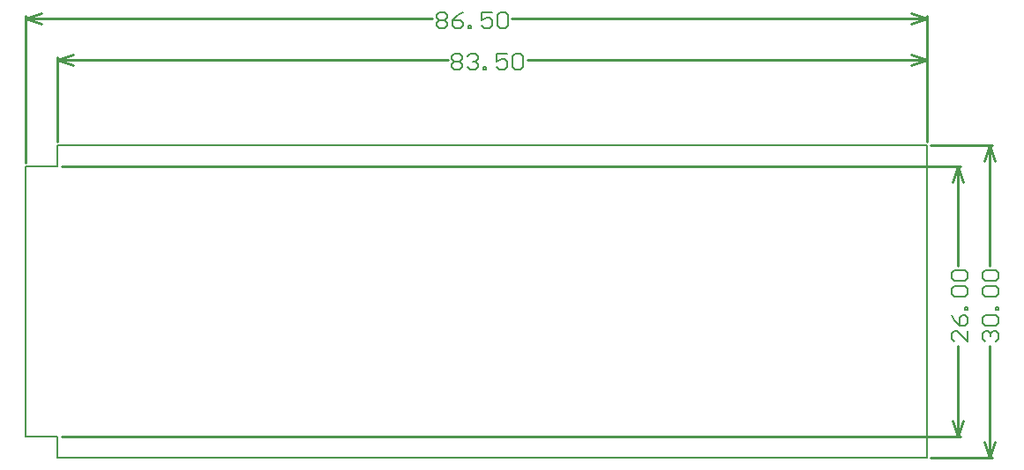
<source format=gm1>
G04*
G04 #@! TF.GenerationSoftware,Altium Limited,Altium Designer,22.6.1 (34)*
G04*
G04 Layer_Color=16711935*
%FSLAX25Y25*%
%MOIN*%
G70*
G04*
G04 #@! TF.SameCoordinates,4A999195-7229-471D-A063-F470427C1832*
G04*
G04*
G04 #@! TF.FilePolarity,Positive*
G04*
G01*
G75*
%ADD13C,0.00787*%
%ADD14C,0.01000*%
%ADD16C,0.00600*%
D13*
X11836Y110261D02*
Y118135D01*
Y25D02*
Y7899D01*
X25D02*
X11836D01*
X25Y110261D02*
X11836D01*
Y25D02*
X340576D01*
Y118135D01*
X11836D02*
X340576D01*
X25Y7899D02*
Y110261D01*
X11836D02*
Y118135D01*
Y25D02*
Y7899D01*
X25D02*
X11836D01*
X25Y110261D02*
X11836D01*
Y25D02*
X340576D01*
Y118135D01*
X11836D02*
X340576D01*
X25Y7899D02*
Y110261D01*
D14*
X350362Y13874D02*
X352362Y7874D01*
X354362Y13874D01*
X352362Y110236D02*
X354362Y104236D01*
X350362D02*
X352362Y110236D01*
Y7874D02*
Y42360D01*
Y72551D02*
Y110236D01*
X13780Y7874D02*
X353362D01*
X13780Y110236D02*
X353362D01*
X11836Y150591D02*
X17836Y152591D01*
X11836Y150591D02*
X17836Y148591D01*
X334576D02*
X340576Y150591D01*
X334576Y152591D02*
X340576Y150591D01*
X11836D02*
X159511D01*
X189702D02*
X340576D01*
X11836Y119529D02*
Y151591D01*
X340576Y119529D02*
Y151591D01*
X364173Y118135D02*
X366173Y112135D01*
X362173D02*
X364173Y118135D01*
X362173Y6025D02*
X364173Y25D01*
X366173Y6025D01*
X364173Y72576D02*
Y118135D01*
Y25D02*
Y42384D01*
X341970Y118135D02*
X365173D01*
X341970Y25D02*
X365173D01*
X25Y166339D02*
X6025Y168339D01*
X25Y166339D02*
X6025Y164339D01*
X334576D02*
X340576Y166339D01*
X334576Y168339D02*
X340576Y166339D01*
X25D02*
X153605D01*
X183796D02*
X340576D01*
X25Y111655D02*
Y167339D01*
X340576Y119529D02*
Y167339D01*
X350362Y13874D02*
X352362Y7874D01*
X354362Y13874D01*
X352362Y110236D02*
X354362Y104236D01*
X350362D02*
X352362Y110236D01*
Y7874D02*
Y42360D01*
Y72551D02*
Y110236D01*
X13780Y7874D02*
X353362D01*
X13780Y110236D02*
X353362D01*
X11836Y150591D02*
X17836Y152591D01*
X11836Y150591D02*
X17836Y148591D01*
X334576D02*
X340576Y150591D01*
X334576Y152591D02*
X340576Y150591D01*
X11836D02*
X159511D01*
X189702D02*
X340576D01*
X11836Y119529D02*
Y151591D01*
X340576Y119529D02*
Y151591D01*
X364173Y118135D02*
X366173Y112135D01*
X362173D02*
X364173Y118135D01*
X362173Y6025D02*
X364173Y25D01*
X366173Y6025D01*
X364173Y72576D02*
Y118135D01*
Y25D02*
Y42384D01*
X341970Y118135D02*
X365173D01*
X341970Y25D02*
X365173D01*
X25Y166339D02*
X6025Y168339D01*
X25Y166339D02*
X6025Y164339D01*
X334576D02*
X340576Y166339D01*
X334576Y168339D02*
X340576Y166339D01*
X25D02*
X153605D01*
X183796D02*
X340576D01*
X25Y111655D02*
Y167339D01*
X340576Y119529D02*
Y167339D01*
D16*
X355961Y47958D02*
Y43960D01*
X351962Y47958D01*
X350963D01*
X349963Y46959D01*
Y44959D01*
X350963Y43960D01*
X349963Y53956D02*
X350963Y51957D01*
X352962Y49957D01*
X354961D01*
X355961Y50957D01*
Y52957D01*
X354961Y53956D01*
X353962D01*
X352962Y52957D01*
Y49957D01*
X355961Y55956D02*
X354961D01*
Y56955D01*
X355961D01*
Y55956D01*
X350963Y60954D02*
X349963Y61954D01*
Y63953D01*
X350963Y64953D01*
X354961D01*
X355961Y63953D01*
Y61954D01*
X354961Y60954D01*
X350963D01*
Y66952D02*
X349963Y67952D01*
Y69951D01*
X350963Y70951D01*
X354961D01*
X355961Y69951D01*
Y67952D01*
X354961Y66952D01*
X350963D01*
X161110Y151990D02*
X162110Y152990D01*
X164110D01*
X165109Y151990D01*
Y150990D01*
X164110Y149991D01*
X165109Y148991D01*
Y147991D01*
X164110Y146992D01*
X162110D01*
X161110Y147991D01*
Y148991D01*
X162110Y149991D01*
X161110Y150990D01*
Y151990D01*
X162110Y149991D02*
X164110D01*
X167109Y151990D02*
X168108Y152990D01*
X170107D01*
X171107Y151990D01*
Y150990D01*
X170107Y149991D01*
X169108D01*
X170107D01*
X171107Y148991D01*
Y147991D01*
X170107Y146992D01*
X168108D01*
X167109Y147991D01*
X173107Y146992D02*
Y147991D01*
X174106D01*
Y146992D01*
X173107D01*
X182104Y152990D02*
X178105D01*
Y149991D01*
X180104Y150990D01*
X181104D01*
X182104Y149991D01*
Y147991D01*
X181104Y146992D01*
X179105D01*
X178105Y147991D01*
X184103Y151990D02*
X185103Y152990D01*
X187102D01*
X188102Y151990D01*
Y147991D01*
X187102Y146992D01*
X185103D01*
X184103Y147991D01*
Y151990D01*
X362774Y43984D02*
X361774Y44984D01*
Y46984D01*
X362774Y47983D01*
X363773D01*
X364773Y46984D01*
Y45984D01*
Y46984D01*
X365773Y47983D01*
X366773D01*
X367772Y46984D01*
Y44984D01*
X366773Y43984D01*
X362774Y49983D02*
X361774Y50982D01*
Y52982D01*
X362774Y53981D01*
X366773D01*
X367772Y52982D01*
Y50982D01*
X366773Y49983D01*
X362774D01*
X367772Y55981D02*
X366773D01*
Y56980D01*
X367772D01*
Y55981D01*
X362774Y60979D02*
X361774Y61979D01*
Y63978D01*
X362774Y64978D01*
X366773D01*
X367772Y63978D01*
Y61979D01*
X366773Y60979D01*
X362774D01*
Y66977D02*
X361774Y67977D01*
Y69976D01*
X362774Y70976D01*
X366773D01*
X367772Y69976D01*
Y67977D01*
X366773Y66977D01*
X362774D01*
X155205Y167738D02*
X156205Y168738D01*
X158204D01*
X159204Y167738D01*
Y166738D01*
X158204Y165739D01*
X159204Y164739D01*
Y163739D01*
X158204Y162740D01*
X156205D01*
X155205Y163739D01*
Y164739D01*
X156205Y165739D01*
X155205Y166738D01*
Y167738D01*
X156205Y165739D02*
X158204D01*
X165202Y168738D02*
X163202Y167738D01*
X161203Y165739D01*
Y163739D01*
X162203Y162740D01*
X164202D01*
X165202Y163739D01*
Y164739D01*
X164202Y165739D01*
X161203D01*
X167201Y162740D02*
Y163739D01*
X168201D01*
Y162740D01*
X167201D01*
X176198Y168738D02*
X172199D01*
Y165739D01*
X174199Y166738D01*
X175198D01*
X176198Y165739D01*
Y163739D01*
X175198Y162740D01*
X173199D01*
X172199Y163739D01*
X178198Y167738D02*
X179197Y168738D01*
X181196D01*
X182196Y167738D01*
Y163739D01*
X181196Y162740D01*
X179197D01*
X178198Y163739D01*
Y167738D01*
X355961Y47958D02*
Y43960D01*
X351962Y47958D01*
X350963D01*
X349963Y46959D01*
Y44959D01*
X350963Y43960D01*
X349963Y53956D02*
X350963Y51957D01*
X352962Y49957D01*
X354961D01*
X355961Y50957D01*
Y52957D01*
X354961Y53956D01*
X353962D01*
X352962Y52957D01*
Y49957D01*
X355961Y55956D02*
X354961D01*
Y56955D01*
X355961D01*
Y55956D01*
X350963Y60954D02*
X349963Y61954D01*
Y63953D01*
X350963Y64953D01*
X354961D01*
X355961Y63953D01*
Y61954D01*
X354961Y60954D01*
X350963D01*
Y66952D02*
X349963Y67952D01*
Y69951D01*
X350963Y70951D01*
X354961D01*
X355961Y69951D01*
Y67952D01*
X354961Y66952D01*
X350963D01*
X161110Y151990D02*
X162110Y152990D01*
X164110D01*
X165109Y151990D01*
Y150990D01*
X164110Y149991D01*
X165109Y148991D01*
Y147991D01*
X164110Y146992D01*
X162110D01*
X161110Y147991D01*
Y148991D01*
X162110Y149991D01*
X161110Y150990D01*
Y151990D01*
X162110Y149991D02*
X164110D01*
X167109Y151990D02*
X168108Y152990D01*
X170107D01*
X171107Y151990D01*
Y150990D01*
X170107Y149991D01*
X169108D01*
X170107D01*
X171107Y148991D01*
Y147991D01*
X170107Y146992D01*
X168108D01*
X167109Y147991D01*
X173107Y146992D02*
Y147991D01*
X174106D01*
Y146992D01*
X173107D01*
X182104Y152990D02*
X178105D01*
Y149991D01*
X180104Y150990D01*
X181104D01*
X182104Y149991D01*
Y147991D01*
X181104Y146992D01*
X179105D01*
X178105Y147991D01*
X184103Y151990D02*
X185103Y152990D01*
X187102D01*
X188102Y151990D01*
Y147991D01*
X187102Y146992D01*
X185103D01*
X184103Y147991D01*
Y151990D01*
X362774Y43984D02*
X361774Y44984D01*
Y46984D01*
X362774Y47983D01*
X363773D01*
X364773Y46984D01*
Y45984D01*
Y46984D01*
X365773Y47983D01*
X366773D01*
X367772Y46984D01*
Y44984D01*
X366773Y43984D01*
X362774Y49983D02*
X361774Y50982D01*
Y52982D01*
X362774Y53981D01*
X366773D01*
X367772Y52982D01*
Y50982D01*
X366773Y49983D01*
X362774D01*
X367772Y55981D02*
X366773D01*
Y56980D01*
X367772D01*
Y55981D01*
X362774Y60979D02*
X361774Y61979D01*
Y63978D01*
X362774Y64978D01*
X366773D01*
X367772Y63978D01*
Y61979D01*
X366773Y60979D01*
X362774D01*
Y66977D02*
X361774Y67977D01*
Y69976D01*
X362774Y70976D01*
X366773D01*
X367772Y69976D01*
Y67977D01*
X366773Y66977D01*
X362774D01*
X155205Y167738D02*
X156205Y168738D01*
X158204D01*
X159204Y167738D01*
Y166738D01*
X158204Y165739D01*
X159204Y164739D01*
Y163739D01*
X158204Y162740D01*
X156205D01*
X155205Y163739D01*
Y164739D01*
X156205Y165739D01*
X155205Y166738D01*
Y167738D01*
X156205Y165739D02*
X158204D01*
X165202Y168738D02*
X163202Y167738D01*
X161203Y165739D01*
Y163739D01*
X162203Y162740D01*
X164202D01*
X165202Y163739D01*
Y164739D01*
X164202Y165739D01*
X161203D01*
X167201Y162740D02*
Y163739D01*
X168201D01*
Y162740D01*
X167201D01*
X176198Y168738D02*
X172199D01*
Y165739D01*
X174199Y166738D01*
X175198D01*
X176198Y165739D01*
Y163739D01*
X175198Y162740D01*
X173199D01*
X172199Y163739D01*
X178198Y167738D02*
X179197Y168738D01*
X181196D01*
X182196Y167738D01*
Y163739D01*
X181196Y162740D01*
X179197D01*
X178198Y163739D01*
Y167738D01*
M02*

</source>
